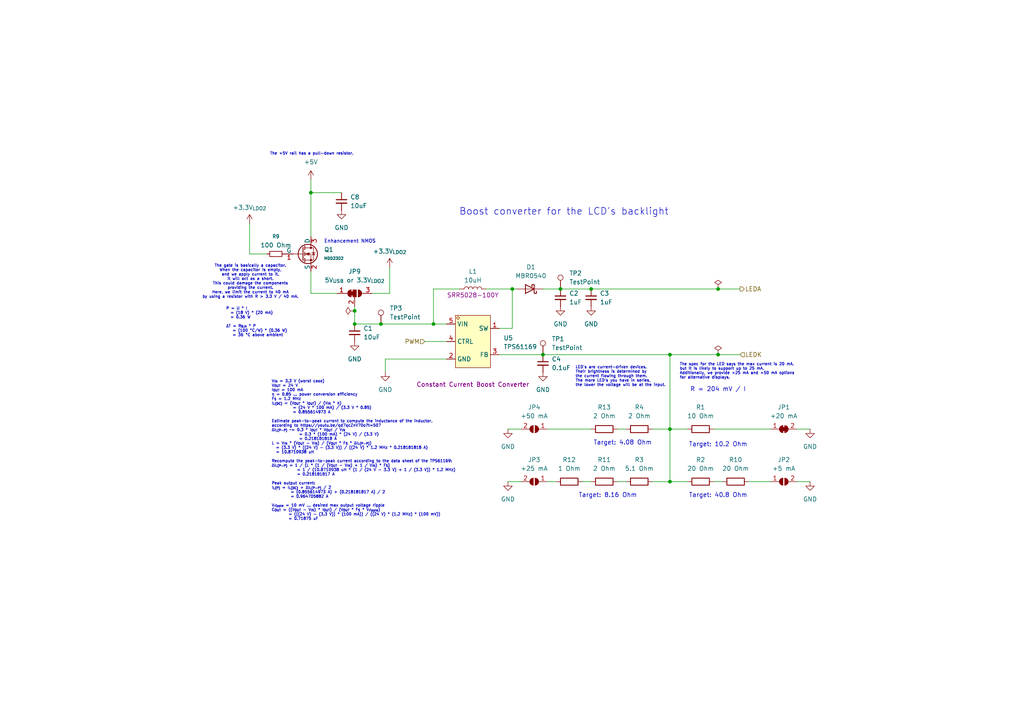
<source format=kicad_sch>
(kicad_sch (version 20250114) (generator "eeschema") (generator_version "9.0")
  (paper "A4")
  (title_block (title "Backlight Boost Converter") (date "2025-08-05") (rev "0.1") (company "Jakub Hlusička"))
  (lib_symbols
    (symbol "Connector:TestPoint" (pin_numbers (hide yes)) (pin_names (offset 0.762) (hide yes))
      (property "Reference" "TP" (at 0 6.858 0))
      (property "Value" "TestPoint" (at 0 5.08 0))
      (symbol "TestPoint_0_1"
        (circle (center 0 3.302) (radius 0.762))
      )
      (symbol "TestPoint_1_1"
        (pin passive line (at 0 0 90) (length 2.54) (name "1") (number "1"))
      )
    )
    (symbol "Device:C_Small" (pin_numbers (hide yes)) (pin_names (offset 0.254) (hide yes))
      (property "Reference" "C" (at 0.254 1.778 0))
      (property "Value" "C_Small" (at 0.254 -2.032 0))
      (symbol "C_Small_0_1"
        (polyline (pts (xy -1.524 0.508) (xy 1.524 0.508)) (stroke (width 0.3048)))
        (polyline (pts (xy -1.524 -0.508) (xy 1.524 -0.508)) (stroke (width 0.3302)))
      )
      (symbol "C_Small_1_1"
        (pin passive line (at 0 2.54 270) (length 2.032) (name "~") (number "1"))
        (pin passive line (at 0 -2.54 90) (length 2.032) (name "~") (number "2"))
      )
    )
    (symbol "Device:L" (pin_numbers (hide yes)) (pin_names (offset 1.016) (hide yes))
      (property "Reference" "L" (at -1.27 0 90))
      (property "Value" "L" (at 1.905 0 90))
      (symbol "L_0_1"
        (arc (start 0 2.54) (mid 0.6323 1.905) (end 0 1.27))
        (arc (start 0 1.27) (mid 0.6323 0.635) (end 0 0))
        (arc (start 0 0) (mid 0.6323 -0.635) (end 0 -1.27))
        (arc (start 0 -1.27) (mid 0.6323 -1.905) (end 0 -2.54))
      )
      (symbol "L_1_1"
        (pin passive line (at 0 3.81 270) (length 1.27) (name "1") (number "1"))
        (pin passive line (at 0 -3.81 90) (length 1.27) (name "2") (number "2"))
      )
    )
    (symbol "Device:R" (pin_numbers (hide yes)) (pin_names (offset 0))
      (property "Reference" "R" (at 2.032 0 90))
      (property "Value" "R" (at 0 0 90))
      (symbol "R_0_1"
        (rectangle (start -1.016 -2.54) (end 1.016 2.54) (stroke (width 0.254)))
      )
      (symbol "R_1_1"
        (pin passive line (at 0 3.81 270) (length 1.27) (name "~") (number "1"))
        (pin passive line (at 0 -3.81 90) (length 1.27) (name "~") (number "2"))
      )
    )
    (symbol "Device:R_Small" (pin_numbers (hide yes)) (pin_names (offset 0.254) (hide yes))
      (property "Reference" "R" (at 0 0 90))
      (property "Value" "R_Small" (at 1.778 0 90))
      (symbol "R_Small_0_1"
        (rectangle (start -0.762 1.778) (end 0.762 -1.778) (stroke (width 0.2032)))
      )
      (symbol "R_Small_1_1"
        (pin passive line (at 0 2.54 270) (length 0.762) (name "~") (number "1"))
        (pin passive line (at 0 -2.54 90) (length 0.762) (name "~") (number "2"))
      )
    )
    (symbol "Diode:MBR0540" (pin_numbers (hide yes)) (pin_names (offset 1.016) (hide yes))
      (property "Reference" "D" (at 0 2.54 0))
      (property "Value" "MBR0540" (at 0 -2.54 0))
      (symbol "MBR0540_0_1"
        (polyline (pts (xy -1.905 0.635) (xy -1.905 1.27) (xy -1.27 1.27) (xy -1.27 -1.27) (xy -0.635 -1.27) (xy -0.635 -0.635)) (stroke (width 0.254)))
        (polyline (pts (xy 1.27 1.27) (xy 1.27 -1.27) (xy -1.27 0) (xy 1.27 1.27)) (stroke (width 0.254)))
        (polyline (pts (xy 1.27 0) (xy -1.27 0)))
      )
      (symbol "MBR0540_1_1"
        (pin passive line (at -3.81 0 0) (length 2.54) (name "K") (number "1"))
        (pin passive line (at 3.81 0 180) (length 2.54) (name "A") (number "2"))
      )
    )
    (symbol "Jumper:SolderJumper_2_Bridged" (pin_names (offset 0) (hide yes)) (in_bom no)
      (property "Reference" "JP" (at 0 2.032 0))
      (property "Value" "SolderJumper_2_Bridged" (at 0 -2.54 0))
      (symbol "SolderJumper_2_Bridged_0_1"
        (rectangle (start -0.508 0.508) (end 0.508 -0.508) (fill (type outline)))
        (polyline (pts (xy -0.254 1.016) (xy -0.254 -1.016)))
        (arc (start -0.254 -1.016) (mid -1.2656 0) (end -0.254 1.016))
        (arc (start -0.254 -1.016) (mid -1.2656 0) (end -0.254 1.016) (fill (type outline)))
        (arc (start 0.254 1.016) (mid 1.2656 0) (end 0.254 -1.016))
        (arc (start 0.254 1.016) (mid 1.2656 0) (end 0.254 -1.016) (fill (type outline)))
        (polyline (pts (xy 0.254 1.016) (xy 0.254 -1.016)))
      )
      (symbol "SolderJumper_2_Bridged_1_1"
        (pin passive line (at -3.81 0 0) (length 2.54) (name "A") (number "1"))
        (pin passive line (at 3.81 0 180) (length 2.54) (name "B") (number "2"))
      )
    )
    (symbol "Jumper:SolderJumper_2_Open" (pin_names (offset 0) (hide yes)) (in_bom no)
      (property "Reference" "JP" (at 0 2.032 0))
      (property "Value" "SolderJumper_2_Open" (at 0 -2.54 0))
      (symbol "SolderJumper_2_Open_0_1"
        (polyline (pts (xy -0.254 1.016) (xy -0.254 -1.016)))
        (arc (start -0.254 -1.016) (mid -1.2656 0) (end -0.254 1.016))
        (arc (start -0.254 -1.016) (mid -1.2656 0) (end -0.254 1.016) (fill (type outline)))
        (arc (start 0.254 1.016) (mid 1.2656 0) (end 0.254 -1.016))
        (arc (start 0.254 1.016) (mid 1.2656 0) (end 0.254 -1.016) (fill (type outline)))
        (polyline (pts (xy 0.254 1.016) (xy 0.254 -1.016)))
      )
      (symbol "SolderJumper_2_Open_1_1"
        (pin passive line (at -3.81 0 0) (length 2.54) (name "A") (number "1"))
        (pin passive line (at 3.81 0 180) (length 2.54) (name "B") (number "2"))
      )
    )
    (symbol "Jumper:SolderJumper_3_Bridged12" (pin_names (offset 0) (hide yes)) (in_bom no)
      (property "Reference" "JP" (at -2.54 -2.54 0))
      (property "Value" "SolderJumper_3_Bridged12" (at 0 2.794 0))
      (symbol "SolderJumper_3_Bridged12_0_1"
        (polyline (pts (xy -2.54 0) (xy -2.032 0)))
        (polyline (pts (xy -1.016 1.016) (xy -1.016 -1.016)))
        (rectangle (start -1.016 0.508) (end -0.508 -0.508) (fill (type outline)))
        (arc (start -1.016 -1.016) (mid -2.0276 0) (end -1.016 1.016))
        (arc (start -1.016 -1.016) (mid -2.0276 0) (end -1.016 1.016) (fill (type outline)))
        (rectangle (start -0.508 1.016) (end 0.508 -1.016) (fill (type outline)))
        (polyline (pts (xy 0 -1.27) (xy 0 -1.016)))
        (arc (start 1.016 1.016) (mid 2.0276 0) (end 1.016 -1.016))
        (arc (start 1.016 1.016) (mid 2.0276 0) (end 1.016 -1.016) (fill (type outline)))
        (polyline (pts (xy 1.016 1.016) (xy 1.016 -1.016)))
        (polyline (pts (xy 2.54 0) (xy 2.032 0)))
      )
      (symbol "SolderJumper_3_Bridged12_1_1"
        (pin passive line (at -5.08 0 0) (length 2.54) (name "A") (number "1"))
        (pin passive line (at 0 -3.81 90) (length 2.54) (name "C") (number "2"))
        (pin passive line (at 5.08 0 180) (length 2.54) (name "B") (number "3"))
      )
    )
    (symbol "PCM_JLCPCB-Transistors:NMOS,MDD2302" (pin_names (offset 0))
      (property "Reference" "Q" (at 4.8514 0.834 0))
      (property "Value" "MDD2302" (at 4.8514 -1.2122 0))
      (symbol "NMOS,MDD2302_0_1"
        (polyline (pts (xy 0.254 1.905) (xy 0.254 -1.905)) (stroke (width 0.254)))
        (polyline (pts (xy 0.254 0) (xy -2.54 0)))
        (polyline (pts (xy 0.762 2.286) (xy 0.762 1.27)) (stroke (width 0.254)))
        (polyline (pts (xy 0.762 0.508) (xy 0.762 -0.508)) (stroke (width 0.254)))
        (polyline (pts (xy 0.762 -1.27) (xy 0.762 -2.286)) (stroke (width 0.254)))
        (polyline (pts (xy 0.762 -1.778) (xy 3.302 -1.778) (xy 3.302 1.778) (xy 0.762 1.778)))
        (polyline (pts (xy 1.016 0) (xy 2.032 0.381) (xy 2.032 -0.381) (xy 1.016 0)) (fill (type outline)))
        (circle (center 1.651 0) (radius 2.794) (stroke (width 0.254)))
        (polyline (pts (xy 2.54 2.54) (xy 2.54 1.778)))
        (circle (center 2.54 1.778) (radius 0.254) (fill (type outline)))
        (circle (center 2.54 -1.778) (radius 0.254) (fill (type outline)))
        (polyline (pts (xy 2.54 -2.54) (xy 2.54 0) (xy 0.762 0)))
        (polyline (pts (xy 2.794 0.508) (xy 2.921 0.381) (xy 3.683 0.381) (xy 3.81 0.254)))
        (polyline (pts (xy 3.302 0.381) (xy 2.921 -0.254) (xy 3.683 -0.254) (xy 3.302 0.381)))
      )
      (symbol "NMOS,MDD2302_1_1"
        (pin input line (at -5.08 0 0) (length 2.54) (name "G") (number "1"))
        (pin passive line (at 2.54 5.08 270) (length 2.54) (name "D") (number "3"))
        (pin passive line (at 2.54 -5.08 90) (length 2.54) (name "S") (number "2"))
      )
    )
    (symbol "SolderJumper_2_Open_1" (pin_names (offset 0) (hide yes)) (in_bom no)
      (property "Reference" "JP" (at 0 2.032 0))
      (property "Value" "SolderJumper_2_Open" (at 0 -2.54 0))
      (symbol "SolderJumper_2_Open_1_0_1"
        (polyline (pts (xy -0.254 1.016) (xy -0.254 -1.016)))
        (arc (start -0.254 -1.016) (mid -1.2656 0) (end -0.254 1.016))
        (arc (start -0.254 -1.016) (mid -1.2656 0) (end -0.254 1.016) (fill (type outline)))
        (arc (start 0.254 1.016) (mid 1.2656 0) (end 0.254 -1.016))
        (arc (start 0.254 1.016) (mid 1.2656 0) (end 0.254 -1.016) (fill (type outline)))
        (polyline (pts (xy 0.254 1.016) (xy 0.254 -1.016)))
      )
      (symbol "SolderJumper_2_Open_1_1_1"
        (pin passive line (at -3.81 0 0) (length 2.54) (name "A") (number "1"))
        (pin passive line (at 3.81 0 180) (length 2.54) (name "B") (number "2"))
      )
    )
    (symbol "SolderJumper_2_Open_2" (pin_names (offset 0) (hide yes)) (in_bom no)
      (property "Reference" "JP" (at 0 2.032 0))
      (property "Value" "SolderJumper_2_Open" (at 0 -2.54 0))
      (symbol "SolderJumper_2_Open_2_0_1"
        (polyline (pts (xy -0.254 1.016) (xy -0.254 -1.016)))
        (arc (start -0.254 -1.016) (mid -1.2656 0) (end -0.254 1.016))
        (arc (start -0.254 -1.016) (mid -1.2656 0) (end -0.254 1.016) (fill (type outline)))
        (arc (start 0.254 1.016) (mid 1.2656 0) (end 0.254 -1.016))
        (arc (start 0.254 1.016) (mid 1.2656 0) (end 0.254 -1.016) (fill (type outline)))
        (polyline (pts (xy 0.254 1.016) (xy 0.254 -1.016)))
      )
      (symbol "SolderJumper_2_Open_2_1_1"
        (pin passive line (at -3.81 0 0) (length 2.54) (name "A") (number "1"))
        (pin passive line (at 3.81 0 180) (length 2.54) (name "B") (number "2"))
      )
    )
    (symbol "easyeda2kicad:TPS61169DCKR"
      (property "Reference" "U" (at 0 10.16 0))
      (property "Value" "TPS61169DCKR" (at 0 -10.16 0))
      (symbol "TPS61169DCKR_0_1"
        (rectangle (start -5.08 7.62) (end 5.08 -7.62) (fill (type background)))
        (circle (center -4.32 6.86) (radius 0.38))
      )
      (symbol "TPS61169DCKR_1_1"
        (pin power_in line (at -7.62 5.08 0) (length 2.54) (name "VIN") (number "5"))
        (pin input line (at -7.62 0 0) (length 2.54) (name "CTRL") (number "4"))
        (pin power_in line (at -7.62 -5.08 0) (length 2.54) (name "GND") (number "2"))
        (pin power_out line (at 7.62 3.81 180) (length 2.54) (name "SW") (number "1"))
        (pin power_in line (at 7.62 -3.81 180) (length 2.54) (name "FB") (number "3"))
      )
    )
    (symbol "power:+3.3V" (power) (pin_numbers (hide yes)) (pin_names (offset 0) (hide yes))
      (property "Value" "+3.3V" (at 0 3.556 0))
      (symbol "+3.3V_0_1"
        (polyline (pts (xy -0.762 1.27) (xy 0 2.54)))
        (polyline (pts (xy 0 2.54) (xy 0.762 1.27)))
        (polyline (pts (xy 0 0) (xy 0 2.54)))
      )
      (symbol "+3.3V_1_1"
        (pin power_in line (at 0 0 90) (length 0) (name "~") (number "1"))
      )
    )
    (symbol "power:+5V" (power) (pin_numbers (hide yes)) (pin_names (offset 0) (hide yes))
      (property "Value" "+5V" (at 0 3.556 0))
      (symbol "+5V_0_1"
        (polyline (pts (xy -0.762 1.27) (xy 0 2.54)))
        (polyline (pts (xy 0 2.54) (xy 0.762 1.27)))
        (polyline (pts (xy 0 0) (xy 0 2.54)))
      )
      (symbol "+5V_1_1"
        (pin power_in line (at 0 0 90) (length 0) (name "~") (number "1"))
      )
    )
    (symbol "power:GND" (power) (pin_numbers (hide yes)) (pin_names (offset 0) (hide yes))
      (property "Value" "GND" (at 0 -3.81 0))
      (symbol "GND_0_1"
        (polyline (pts (xy 0 0) (xy 0 -1.27) (xy 1.27 -1.27) (xy 0 -2.54) (xy -1.27 -1.27) (xy 0 -1.27)))
      )
      (symbol "GND_1_1"
        (pin power_in line (at 0 0 270) (length 0) (name "~") (number "1"))
      )
    )
    (symbol "power:PWR_FLAG" (power) (pin_numbers (hide yes)) (pin_names (offset 0) (hide yes))
      (property "Value" "PWR_FLAG" (at 0 3.81 0))
      (symbol "PWR_FLAG_0_0"
        (pin power_out line (at 0 0 90) (length 0) (name "~") (number "1"))
      )
      (symbol "PWR_FLAG_0_1"
        (polyline (pts (xy 0 0) (xy 0 1.27) (xy -1.016 1.905) (xy 0 2.54) (xy 1.016 1.905) (xy 0 1.27)))
      )
    )
  )
  (text "Boost converter for the LCD's backlight" (at 163.576 61.468 0) (effects (font (size 2 2))))
  (text "The +5V rail has a pull-down resistor." (at 90.424 44.196 0) (effects (font (size 0.8 0.8)) (justify top)))
  (text "The gate is basically a capacitor.\nWhen the capacitor is empty,\nand we apply current to it,\nit will act as a short.\nThis could damage the components\nproviding the current.\nHere, we limit the current to 40 mA\nby using a resistor with R > 3.3 V / 40 mA." (at 72.644 76.708 0) (effects (font (size 0.8 0.8)) (justify top)))
  (text "Target: 40.8 Ohm" (at 208.28 143.002 0) (effects (font (size 1.27 1.27)) (justify top)))
  (text "R = 204 mV / I" (at 200.152 113.03 0) (effects (font (size 1.27 1.27)) (justify left)))
  (text "The spec for the LED says the max current is 20 mA,\nbut it is likely to support up to 25 mA.\nAdditionally, we provide +25 mA and +50 mA options\nfor alternative displays." (at 197.104 107.696 0) (effects (font (size 0.8 0.8)) (justify left)))
  (text "Target: 4.08 Ohm" (at 180.594 127.762 0) (effects (font (size 1.27 1.27)) (justify top)))
  (text "Target: 10.2 Ohm" (at 208.28 128.27 0) (effects (font (size 1.27 1.27)) (justify top)))
  (text "P = U * I\n  = (18 V) * (20 mA)\n  = 0.36 W\n\nΔT = R_{θJA} * P\n   = (100 °C/W) * (0.36 W)\n   = 36 °C above ambient" (at 65.532 93.472 0) (effects (font (size 0.8 0.8)) (justify left)))
  (text "V_{IN} = 3.3 V (worst case)\nV_{OUT} = 24 V\nI_{OUT} = 100 mA\nη = 0.85 ... power conversion efficiency\nF_{S} = 1.2 MHz\nI_{L(DC)} = (V_{OUT} * I_{OUT}) / (V_{IN} * η)\n          = (24 V * 100 mA) / (3.3 V * 0.85)\n          = 0.855614973 A\n\nEstimate peak-to-peak current to compute the inductance of the inductor,\naccording to https://youtu.be/qd7qcZnV70o?t=507\nΔI_{L(P-P)} ~= 0.3 * I_{OUT} * V_{OUT} / V_{IN}\n             = 0.3 * (100 mA) * (24 V) / (3.3 V)\n             = 0.218181818 A\nL = V_{IN} * (V_{OUT} - V_{IN}) / (V_{OUT} * F_{S} * ΔI_{L(P-P)})\n  = (3.3 V) * ((24 V) - (3.3 V)) / ((24 V) * 1.2 MHz * 0.218181818 A)\n  = 10.8710938 uH\n\nRecompute the peak-to-peak current according to the data sheet of the TPS61169:\nΔI_{L(P-P)} = 1 / (L * (1 / (V_{OUT} - V_{IN}) + 1 / V_{IN}) * F_{S})\n            = 1 / (10.8710938 uH * (1 / (24 V - 3.3 V) + 1 / (3.3 V)) * 1.2 MHz)\n            = 0.218181817 A\n\nPeak output current:\nI_{L(P)} = I_{L(DC)} + ΔI_{L(P-P)} / 2\n         = (0.855614973 A) + (0.218181817 A) / 2\n         = 0.964705882 A\n\nV_{ripple} = 10 mV ... desired max output voltage ripple\nC_{OUT} = ((V_{OUT} - V_{IN}) * I_{OUT}) / (V_{OUT} * F_{S} * V_{ripple})\n        = (((24 V) - (3.3 V)) * (100 mA)) / ((24 V) * (1.2 MHz) * (100 mV))\n        = 0.71875 uF" (at 78.74 110.236 0) (effects (font (size 0.8 0.8)) (justify left top)))
  (text "Enhancement NMOS" (at 93.98 70.104 0) (effects (font (size 1 1)) (justify left)))
  (text "LED's are current-driven devices.\nTheir brightness is determined by\nthe current flowing through them.\nThe more LED's you have in series,\nthe lower the voltage will be at the input." (at 166.878 109.22 0) (effects (font (size 0.8 0.8)) (justify left)))
  (text "Target: 8.16 Ohm" (at 176.276 143.002 0) (effects (font (size 1.27 1.27)) (justify top)))
  (junction (at 194.31 139.7))
  (junction (at 171.45 83.82))
  (junction (at 148.59 83.82))
  (junction (at 90.17 55.88))
  (junction (at 102.87 90.17))
  (junction (at 162.56 83.82))
  (junction (at 208.28 83.82))
  (junction (at 208.28 102.87))
  (junction (at 194.31 124.46))
  (junction (at 125.73 93.98))
  (junction (at 102.87 93.98))
  (junction (at 157.48 102.87))
  (junction (at 194.31 102.87))
  (junction (at 110.49 93.98))
  (wire (pts (xy 90.17 55.88) (xy 99.06 55.88)))
  (wire (pts (xy 189.23 139.7) (xy 194.31 139.7)))
  (wire (pts (xy 158.75 124.46) (xy 171.45 124.46)))
  (wire (pts (xy 162.56 83.82) (xy 171.45 83.82)))
  (wire (pts (xy 102.87 90.17) (xy 102.87 93.98)))
  (wire (pts (xy 179.07 139.7) (xy 181.61 139.7)))
  (wire (pts (xy 111.76 104.14) (xy 111.76 107.95)))
  (wire (pts (xy 123.19 99.06) (xy 129.54 99.06)))
  (wire (pts (xy 199.39 124.46) (xy 194.31 124.46)))
  (wire (pts (xy 72.39 64.77) (xy 72.39 73.66)))
  (wire (pts (xy 168.91 139.7) (xy 171.45 139.7)))
  (wire (pts (xy 234.95 124.46) (xy 231.14 124.46)))
  (wire (pts (xy 171.45 83.82) (xy 208.28 83.82)))
  (wire (pts (xy 102.87 93.98) (xy 110.49 93.98)))
  (wire (pts (xy 157.48 83.82) (xy 162.56 83.82)))
  (wire (pts (xy 158.75 139.7) (xy 161.29 139.7)))
  (wire (pts (xy 144.78 102.87) (xy 157.48 102.87)))
  (wire (pts (xy 199.39 139.7) (xy 194.31 139.7)))
  (wire (pts (xy 144.78 95.25) (xy 148.59 95.25)))
  (wire (pts (xy 217.17 139.7) (xy 223.52 139.7)))
  (wire (pts (xy 208.28 102.87) (xy 214.63 102.87)))
  (wire (pts (xy 125.73 93.98) (xy 129.54 93.98)))
  (wire (pts (xy 97.79 85.09) (xy 90.17 85.09)))
  (wire (pts (xy 194.31 102.87) (xy 194.31 124.46)))
  (wire (pts (xy 147.32 139.7) (xy 151.13 139.7)))
  (wire (pts (xy 102.87 88.9) (xy 102.87 90.17)))
  (wire (pts (xy 125.73 83.82) (xy 133.35 83.82)))
  (wire (pts (xy 208.28 83.82) (xy 214.63 83.82)))
  (wire (pts (xy 125.73 93.98) (xy 125.73 83.82)))
  (wire (pts (xy 207.01 124.46) (xy 223.52 124.46)))
  (wire (pts (xy 149.86 83.82) (xy 148.59 83.82)))
  (wire (pts (xy 194.31 102.87) (xy 208.28 102.87)))
  (wire (pts (xy 90.17 52.07) (xy 90.17 55.88)))
  (wire (pts (xy 147.32 124.46) (xy 151.13 124.46)))
  (wire (pts (xy 107.95 85.09) (xy 113.03 85.09)))
  (wire (pts (xy 140.97 83.82) (xy 148.59 83.82)))
  (wire (pts (xy 157.48 102.87) (xy 194.31 102.87)))
  (wire (pts (xy 129.54 104.14) (xy 111.76 104.14)))
  (wire (pts (xy 189.23 124.46) (xy 194.31 124.46)))
  (wire (pts (xy 110.49 93.98) (xy 125.73 93.98)))
  (wire (pts (xy 113.03 85.09) (xy 113.03 77.47)))
  (wire (pts (xy 194.31 124.46) (xy 194.31 139.7)))
  (wire (pts (xy 90.17 55.88) (xy 90.17 68.58)))
  (wire (pts (xy 234.95 139.7) (xy 231.14 139.7)))
  (wire (pts (xy 207.01 139.7) (xy 209.55 139.7)))
  (wire (pts (xy 90.17 85.09) (xy 90.17 78.74)))
  (wire (pts (xy 72.39 73.66) (xy 77.47 73.66)))
  (wire (pts (xy 148.59 83.82) (xy 148.59 95.25)))
  (wire (pts (xy 179.07 124.46) (xy 181.61 124.46)))
  (hierarchical_label "LEDK" (shape input) (at 214.63 102.87 0))
  (hierarchical_label "LEDA" (shape output) (at 214.63 83.82 0))
  (hierarchical_label "PWM" (shape input) (at 123.19 99.06 180))
  (symbol (lib_id "power:GND") (at 234.95 139.7 0) (unit 1)
    (property "Reference" "#PWR016" (effects (hide yes)))
    (property "Value" "GND" (at 234.95 144.78 0))
    (property "Description" "Power symbol creates a global label with name \"GND\" , ground" (effects (hide yes)))
  )
  (symbol (lib_id "power:GND") (at 157.48 107.95 0) (unit 1)
    (property "Reference" "#PWR098" (effects (hide yes)))
    (property "Value" "GND" (at 157.48 113.03 0))
    (property "Description" "Power symbol creates a global label with name \"GND\" , ground" (effects (hide yes)))
  )
  (symbol (lib_id "power:PWR_FLAG") (at 208.28 83.82 0) (unit 1)
    (property "Reference" "#FLG03" (effects (hide yes)))
    (property "Value" "PWR_FLAG" (effects (hide yes)))
    (property "Description" "Special symbol for telling ERC where power comes from" (effects (hide yes)))
  )
  (symbol (lib_id "Device:R_Small") (at 80.01 73.66 90) (unit 1)
    (property "Reference" "R9" (at 80.01 68.58 90) (effects (font (size 1.016 1.016))))
    (property "Value" "100 Ohm" (at 80.01 71.12 90))
    (property "Footprint" "Resistor_SMD:R_0603_1608Metric" (effects (hide yes)))
    (property "Description" "Resistor, small symbol" (effects (hide yes)))
  )
  (symbol (lib_id "Connector:TestPoint") (at 162.56 83.82 0) (unit 1)
    (property "Reference" "TP2" (at 165.1 79.2479 0) (effects (justify left)))
    (property "Value" "TestPoint" (at 165.1 81.7879 0) (effects (justify left)))
    (property "Footprint" "TestPoint:TestPoint_THTPad_D1.5mm_Drill0.7mm" (effects (hide yes)))
    (property "Description" "test point" (effects (hide yes)))
  )
  (symbol (lib_id "Device:R") (at 203.2 139.7 90) (unit 1)
    (property "Reference" "R2" (at 203.2 133.35 90))
    (property "Value" "20 Ohm" (at 203.2 135.89 90))
    (property "Footprint" "Resistor_SMD:R_0603_1608Metric" (effects (hide yes)))
    (property "Description" "Resistor" (effects (hide yes)))
  )
  (symbol (lib_id "easyeda2kicad:TPS61169DCKR") (at 137.16 99.06 0) (unit 1)
    (property "Reference" "U5" (at 146.05 98.0449 0) (effects (justify left)))
    (property "Value" "TPS61169" (at 146.05 100.5849 0) (effects (justify left)))
    (property "Footprint" "easyeda2kicad:SC-70-5_L2.1-W1.3-P0.65-LS2.1-BR" (effects (hide yes)))
    (property "Datasheet" "https://lcsc.com/product-detail/LED-Drivers_TI_TPS61169DCKR_TPS61169DCKR_C71045.html" (effects (hide yes)))
    (property "Description" "Constant Current Boost Converter" (at 137.16 111.506 0))
    (property "LCSC Part" "C71045" (effects (hide yes)))
  )
  (symbol (lib_id "Diode:MBR0540") (at 153.67 83.82 180) (unit 1)
    (property "Reference" "D1" (at 153.9875 77.47 0))
    (property "Value" "MBR0540" (at 153.9875 80.01 0))
    (property "Footprint" "Diode_SMD:D_SOD-123" (effects (hide yes)))
    (property "Datasheet" "http://www.mccsemi.com/up_pdf/MBR0520~MBR0580(SOD123).pdf" (effects (hide yes)))
    (property "Description" "40V 0.5A Schottky Power Rectifier Diode, SOD-123" (effects (hide yes)))
  )
  (symbol (lib_id "power:GND") (at 171.45 88.9 0) (unit 1)
    (property "Reference" "#PWR097" (effects (hide yes)))
    (property "Value" "GND" (at 171.45 93.98 0))
    (property "Description" "Power symbol creates a global label with name \"GND\" , ground" (effects (hide yes)))
  )
  (symbol (lib_id "Device:R") (at 175.26 124.46 90) (unit 1)
    (property "Reference" "R13" (at 175.26 118.11 90))
    (property "Value" "2 Ohm" (at 175.26 120.65 90))
    (property "Footprint" "Resistor_SMD:R_0603_1608Metric" (effects (hide yes)))
    (property "Description" "Resistor" (effects (hide yes)))
  )
  (symbol (lib_id "Device:R") (at 213.36 139.7 90) (unit 1)
    (property "Reference" "R10" (at 213.36 133.35 90))
    (property "Value" "20 Ohm" (at 213.36 135.89 90))
    (property "Footprint" "Resistor_SMD:R_0603_1608Metric" (effects (hide yes)))
    (property "Description" "Resistor" (effects (hide yes)))
  )
  (symbol (lib_id "power:+5V") (at 90.17 52.07 0) (unit 1)
    (property "Reference" "#PWR0106" (effects (hide yes)))
    (property "Value" "+5V" (at 90.17 46.99 0))
    (property "Description" "Power symbol creates a global label with name \"+5V\"" (effects (hide yes)))
  )
  (symbol (lib_id "Device:R") (at 185.42 124.46 90) (unit 1)
    (property "Reference" "R4" (at 185.42 118.11 90))
    (property "Value" "2 Ohm" (at 185.42 120.65 90))
    (property "Footprint" "Resistor_SMD:R_0603_1608Metric" (effects (hide yes)))
    (property "Description" "Resistor" (effects (hide yes)))
  )
  (symbol (lib_id "Device:C_Small") (at 102.87 96.52 0) (unit 1)
    (property "Reference" "C1" (at 105.41 95.2562 0) (effects (justify left)))
    (property "Value" "10uF" (at 105.41 97.7962 0) (effects (justify left)))
    (property "Footprint" "Capacitor_SMD:C_0603_1608Metric" (effects (hide yes)))
    (property "Description" "Unpolarized capacitor, small symbol" (effects (hide yes)))
  )
  (symbol (lib_id "Device:C_Small") (at 162.56 86.36 0) (unit 1)
    (property "Reference" "C2" (at 165.1 85.0962 0) (effects (justify left)))
    (property "Value" "1uF" (at 165.1 87.6362 0) (effects (justify left)))
    (property "Footprint" "Capacitor_SMD:C_0603_1608Metric" (effects (hide yes)))
    (property "Description" "Unpolarized capacitor, small symbol" (effects (hide yes)))
  )
  (symbol (lib_id "power:PWR_FLAG") (at 208.28 102.87 0) (unit 1)
    (property "Reference" "#FLG04" (effects (hide yes)))
    (property "Value" "PWR_FLAG" (effects (hide yes)))
    (property "Description" "Special symbol for telling ERC where power comes from" (effects (hide yes)))
  )
  (symbol (lib_id "Device:R") (at 185.42 139.7 90) (unit 1)
    (property "Reference" "R3" (at 185.42 133.35 90))
    (property "Value" "5.1 Ohm" (at 185.42 135.89 90))
    (property "Footprint" "Resistor_SMD:R_0603_1608Metric" (effects (hide yes)))
    (property "Description" "Resistor" (effects (hide yes)))
  )
  (symbol (lib_id "Device:R") (at 175.26 139.7 90) (unit 1)
    (property "Reference" "R11" (at 175.26 133.35 90))
    (property "Value" "2 Ohm" (at 175.26 135.89 90))
    (property "Footprint" "Resistor_SMD:R_0603_1608Metric" (effects (hide yes)))
    (property "Description" "Resistor" (effects (hide yes)))
  )
  (symbol (lib_id "Connector:TestPoint") (at 110.49 93.98 0) (unit 1)
    (property "Reference" "TP3" (at 113.03 89.4079 0) (effects (justify left)))
    (property "Value" "TestPoint" (at 113.03 91.9479 0) (effects (justify left)))
    (property "Footprint" "TestPoint:TestPoint_THTPad_D1.5mm_Drill0.7mm" (effects (hide yes)))
    (property "Description" "test point" (effects (hide yes)))
  )
  (symbol (lib_id "power:PWR_FLAG") (at 102.87 90.17 90) (unit 1)
    (property "Reference" "#FLG05" (effects (hide yes)))
    (property "Value" "PWR_FLAG" (effects (hide yes)))
    (property "Description" "Special symbol for telling ERC where power comes from" (effects (hide yes)))
  )
  (symbol (lib_id "power:GND") (at 234.95 124.46 0) (unit 1)
    (property "Reference" "#PWR094" (effects (hide yes)))
    (property "Value" "GND" (at 234.95 129.54 0))
    (property "Description" "Power symbol creates a global label with name \"GND\" , ground" (effects (hide yes)))
  )
  (symbol (lib_id "power:+3.3V") (at 72.39 64.77 0) (unit 1)
    (property "Reference" "#PWR090" (effects (hide yes)))
    (property "Value" "+3.3V_{LDO2}" (at 72.39 60.198 0))
    (property "Description" "Power symbol creates a global label with name \"+3.3V\"" (effects (hide yes)))
  )
  (symbol (lib_id "power:GND") (at 111.76 107.95 0) (unit 1)
    (property "Reference" "#PWR093" (effects (hide yes)))
    (property "Value" "GND" (at 111.76 113.03 0))
    (property "Description" "Power symbol creates a global label with name \"GND\" , ground" (effects (hide yes)))
  )
  (symbol (lib_name "SolderJumper_2_Open_1") (lib_id "Jumper:SolderJumper_2_Open") (at 227.33 139.7 0) (unit 1) (in_bom no)
    (property "Reference" "JP2" (at 227.33 133.35 0))
    (property "Value" "+5 mA" (at 227.33 135.89 0))
    (property "Footprint" "Jumper:SolderJumper-2_P1.3mm_Open_TrianglePad1.0x1.5mm" (effects (hide yes)))
    (property "Description" "Solder Jumper, 2-pole, open" (effects (hide yes)))
  )
  (symbol (lib_id "power:GND") (at 102.87 99.06 0) (unit 1)
    (property "Reference" "#PWR091" (effects (hide yes)))
    (property "Value" "GND" (at 102.87 104.14 0))
    (property "Description" "Power symbol creates a global label with name \"GND\" , ground" (effects (hide yes)))
  )
  (symbol (lib_id "Device:C_Small") (at 171.45 86.36 0) (unit 1)
    (property "Reference" "C3" (at 173.99 85.0962 0) (effects (justify left)))
    (property "Value" "1uF" (at 173.99 87.6362 0) (effects (justify left)))
    (property "Footprint" "Capacitor_SMD:C_0603_1608Metric" (effects (hide yes)))
    (property "Description" "Unpolarized capacitor, small symbol" (effects (hide yes)))
  )
  (symbol (lib_id "Jumper:SolderJumper_2_Bridged") (at 227.33 124.46 0) (unit 1) (in_bom no)
    (property "Reference" "JP1" (at 227.33 118.11 0))
    (property "Value" "+20 mA" (at 227.33 120.65 0))
    (property "Footprint" "Jumper:SolderJumper-2_P1.3mm_Open_TrianglePad1.0x1.5mm" (effects (hide yes)))
    (property "Description" "Solder Jumper, 2-pole, closed/bridged" (effects (hide yes)))
  )
  (symbol (lib_id "Connector:TestPoint") (at 157.48 102.87 0) (unit 1)
    (property "Reference" "TP1" (at 160.02 98.2979 0) (effects (justify left)))
    (property "Value" "TestPoint" (at 160.02 100.8379 0) (effects (justify left)))
    (property "Footprint" "TestPoint:TestPoint_THTPad_D1.5mm_Drill0.7mm" (effects (hide yes)))
    (property "Description" "test point" (effects (hide yes)))
  )
  (symbol (lib_id "Device:R") (at 203.2 124.46 90) (unit 1)
    (property "Reference" "R1" (at 203.2 118.11 90))
    (property "Value" "10 Ohm" (at 203.2 120.65 90))
    (property "Footprint" "Resistor_SMD:R_0603_1608Metric" (effects (hide yes)))
    (property "Description" "Resistor" (effects (hide yes)))
  )
  (symbol (lib_id "Device:L") (at 137.16 83.82 90) (unit 1)
    (property "Reference" "L1" (at 137.16 78.74 90))
    (property "Value" "10uH" (at 137.16 81.28 90))
    (property "Footprint" "Project_Library:IND_BOURNS_SRR5028" (effects (hide yes)))
    (property "Description" "SRR5028-100Y" (at 137.16 85.598 90))
  )
  (symbol (lib_id "Device:R") (at 165.1 139.7 90) (unit 1)
    (property "Reference" "R12" (at 165.1 133.35 90))
    (property "Value" "1 Ohm" (at 165.1 135.89 90))
    (property "Footprint" "Resistor_SMD:R_0603_1608Metric" (effects (hide yes)))
    (property "Description" "Resistor" (effects (hide yes)))
  )
  (symbol (lib_id "Device:C_Small") (at 99.06 58.42 0) (unit 1)
    (property "Reference" "C8" (at 101.6 57.1562 0) (effects (justify left)))
    (property "Value" "10uF" (at 101.6 59.6962 0) (effects (justify left)))
    (property "Footprint" "Capacitor_SMD:C_0603_1608Metric" (effects (hide yes)))
    (property "Description" "Unpolarized capacitor, small symbol" (effects (hide yes)))
  )
  (symbol (lib_id "power:GND") (at 147.32 124.46 0) (unit 1)
    (property "Reference" "#PWR095" (effects (hide yes)))
    (property "Value" "GND" (at 147.32 129.54 0))
    (property "Description" "Power symbol creates a global label with name \"GND\" , ground" (effects (hide yes)))
  )
  (symbol (lib_name "SolderJumper_2_Open_2") (lib_id "Jumper:SolderJumper_2_Open") (at 154.94 139.7 180) (unit 1) (in_bom no)
    (property "Reference" "JP3" (at 154.94 133.35 0))
    (property "Value" "+25 mA" (at 154.94 135.89 0))
    (property "Footprint" "Jumper:SolderJumper-2_P1.3mm_Open_TrianglePad1.0x1.5mm" (effects (hide yes)))
    (property "Description" "Solder Jumper, 2-pole, open" (effects (hide yes)))
  )
  (symbol (lib_id "Jumper:SolderJumper_2_Open") (at 154.94 124.46 180) (unit 1) (in_bom no)
    (property "Reference" "JP4" (at 154.94 118.11 0))
    (property "Value" "+50 mA" (at 154.94 120.65 0))
    (property "Footprint" "Jumper:SolderJumper-2_P1.3mm_Open_TrianglePad1.0x1.5mm" (effects (hide yes)))
    (property "Description" "Solder Jumper, 2-pole, open" (effects (hide yes)))
  )
  (symbol (lib_id "power:GND") (at 162.56 88.9 0) (unit 1)
    (property "Reference" "#PWR096" (effects (hide yes)))
    (property "Value" "GND" (at 162.56 93.98 0))
    (property "Description" "Power symbol creates a global label with name \"GND\" , ground" (effects (hide yes)))
  )
  (symbol (lib_id "power:+3.3V") (at 113.03 77.47 0) (unit 1)
    (property "Reference" "#PWR0114" (effects (hide yes)))
    (property "Value" "+3.3V_{LDO2}" (at 113.03 72.898 0))
    (property "Description" "Power symbol creates a global label with name \"+3.3V\"" (effects (hide yes)))
  )
  (symbol (lib_id "power:GND") (at 147.32 139.7 0) (unit 1)
    (property "Reference" "#PWR092" (effects (hide yes)))
    (property "Value" "GND" (at 147.32 144.78 0))
    (property "Description" "Power symbol creates a global label with name \"GND\" , ground" (effects (hide yes)))
  )
  (symbol (lib_id "power:GND") (at 99.06 60.96 0) (unit 1)
    (property "Reference" "#PWR0120" (effects (hide yes)))
    (property "Value" "GND" (at 99.06 66.04 0))
    (property "Description" "Power symbol creates a global label with name \"GND\" , ground" (effects (hide yes)))
  )
  (symbol (lib_id "Device:C_Small") (at 157.48 105.41 0) (unit 1)
    (property "Reference" "C4" (at 160.02 104.1462 0) (effects (justify left)))
    (property "Value" "0.1uF" (at 160.02 106.6862 0) (effects (justify left)))
    (property "Footprint" "Capacitor_SMD:C_0603_1608Metric" (effects (hide yes)))
    (property "Description" "Unpolarized capacitor, small symbol" (effects (hide yes)))
  )
  (symbol (lib_id "Jumper:SolderJumper_3_Bridged12") (at 102.87 85.09 0) (unit 1) (in_bom no)
    (property "Reference" "JP9" (at 102.87 78.74 0))
    (property "Value" "5V_{USB} or 3.3V_{LDO2}" (at 102.87 81.28 0))
    (property "Footprint" "Jumper:SolderJumper-3_P1.3mm_Bridged12_Pad1.0x1.5mm_NumberLabels" (effects (hide yes)))
    (property "Description" "3-pole Solder Jumper, pins 1+2 closed/bridged" (effects (hide yes)))
  )
  (symbol (lib_id "PCM_JLCPCB-Transistors:NMOS,MDD2302") (at 87.63 73.66 0) (unit 1)
    (property "Reference" "Q1" (at 93.98 72.3899 0) (effects (justify left)))
    (property "Value" "MDD2302" (at 93.98 74.93 0) (effects (font (size 0.8 0.8)) (justify left)))
    (property "Footprint" "PCM_JLCPCB:Q_SOT-23" (effects (hide yes)))
    (property "Datasheet" "https://www.lcsc.com/datasheet/lcsc_datasheet_2407101108_MDD-Microdiode-Semiconductor-MDD2302_C427390.pdf" (effects (hide yes)))
    (property "Description" "20V 3A 28mΩ@4.5V,3A 1.2W 600mV@250uA 1 N-Channel SOT-23 MOSFETs ROHS" (effects (hide yes)))
    (property "LCSC" "C427390" (effects (hide yes)))
    (property "Stock" "223903" (effects (hide yes)))
    (property "Price" "0.023USD" (effects (hide yes)))
    (property "Process" "SMT" (effects (hide yes)))
    (property "Minimum Qty" "10" (effects (hide yes)))
    (property "Attrition Qty" "5" (effects (hide yes)))
    (property "Class" "Preferred Component" (effects (hide yes)))
    (property "Category" "Transistors,MOSFETs" (effects (hide yes)))
    (property "Manufacturer" "MDD（Microdiode Electronics）" (effects (hide yes)))
    (property "Part" "MDD2302" (effects (hide yes)))
    (property "Continuous Drain Current (Id)" "4A" (effects (hide yes)))
    (property "Input Capacitance (Ciss@Vds)" "340pF@10V" (effects (hide yes)))
    (property "Operating Temperature" "-50°C~+150°C" (effects (hide yes)))
    (property "Type" "1 N-channel" (effects (hide yes)))
    (property "Drain Source Voltage (Vdss)" "20V" (effects (hide yes)))
    (property "Power Dissipation (Pd)" "1.25W" (effects (hide yes)))
    (property "Gate Threshold Voltage (Vgs(th)@Id)" "500mV@250uA" (effects (hide yes)))
    (property "Reverse Transfer Capacitance (Crss@Vds)" "33pF" (effects (hide yes)))
    (property "Drain Source On Resistance (RDS(on)@Vgs,Id)" "28mΩ@2.5V,4A" (effects (hide yes)))
    (property "Total Gate Charge (Qg@Vgs)" "5.4nC@10V" (effects (hide yes)))
  )
)
</source>
